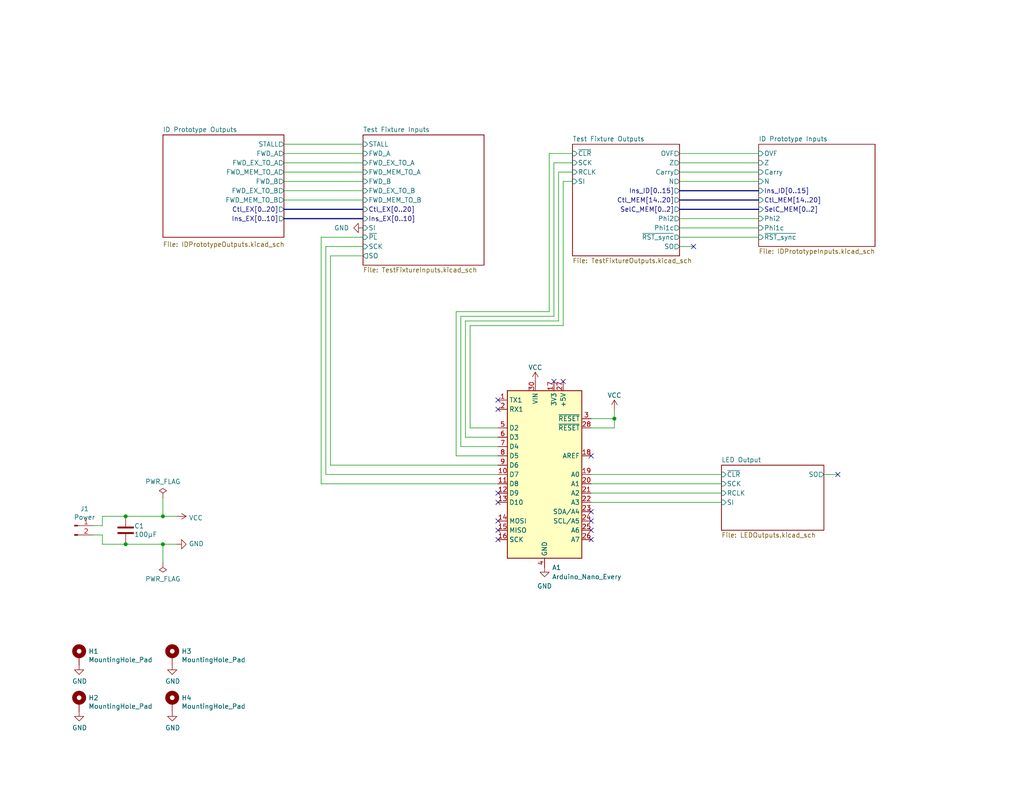
<source format=kicad_sch>
(kicad_sch (version 20230121) (generator eeschema)
  (paper "USLetter")
  (title_block (title "Turtle16: ControlModule Test Fixture") (date "2023-04-07") (rev "A") (comment 4 "Test fixture for the Turtle16 control module"))
  (lib_symbols
    (symbol "Connector:Conn_01x02_Pin" (pin_names (offset 1.016) hide)
      (property "Reference" "J" (at 0 2.54 0))
      (property "Value" "Conn_01x02_Pin" (at 0 -5.08 0))
      (symbol "Conn_01x02_Pin_1_1"
        (polyline (pts (xy 1.27 -2.54) (xy 0.8636 -2.54)) (stroke (width 0.1524)))
        (polyline (pts (xy 1.27 0) (xy 0.8636 0)) (stroke (width 0.1524)))
        (rectangle (start 0.8636 -2.413) (end 0 -2.667) (stroke (width 0.1524)) (fill (type outline)))
        (rectangle (start 0.8636 0.127) (end 0 -0.127) (stroke (width 0.1524)) (fill (type outline)))
        (pin passive line (at 5.08 0 180) (length 3.81) (name "Pin_1") (number "1"))
        (pin passive line (at 5.08 -2.54 180) (length 3.81) (name "Pin_2") (number "2"))
      )
    )
    (symbol "Device:C" (pin_numbers hide) (pin_names (offset 0.254))
      (property "Reference" "C" (at 0.635 2.54 0))
      (property "Value" "C" (at 0.635 -2.54 0))
      (symbol "C_0_1"
        (polyline (pts (xy -2.032 -0.762) (xy 2.032 -0.762)) (stroke (width 0.508)))
        (polyline (pts (xy -2.032 0.762) (xy 2.032 0.762)) (stroke (width 0.508)))
      )
      (symbol "C_1_1"
        (pin passive line (at 0 3.81 270) (length 2.794) (name "~") (number "1"))
        (pin passive line (at 0 -3.81 90) (length 2.794) (name "~") (number "2"))
      )
    )
    (symbol "MCU_Module:Arduino_Nano_Every"
      (property "Reference" "A" (at -10.16 23.495 0))
      (property "Value" "Arduino_Nano_Every" (at 5.08 -24.13 0))
      (symbol "Arduino_Nano_Every_0_1"
        (rectangle (start -10.16 22.86) (end 10.16 -22.86) (stroke (width 0.254)) (fill (type background)))
      )
      (symbol "Arduino_Nano_Every_1_1"
        (pin bidirectional line (at -12.7 20.32 0) (length 2.54) (name "TX1") (number "1"))
        (pin bidirectional line (at -12.7 0 0) (length 2.54) (name "D7") (number "10"))
        (pin bidirectional line (at -12.7 -2.54 0) (length 2.54) (name "D8") (number "11"))
        (pin bidirectional line (at -12.7 -5.08 0) (length 2.54) (name "D9") (number "12"))
        (pin bidirectional line (at -12.7 -7.62 0) (length 2.54) (name "D10") (number "13"))
        (pin bidirectional line (at -12.7 -12.7 0) (length 2.54) (name "MOSI") (number "14"))
        (pin bidirectional line (at -12.7 -15.24 0) (length 2.54) (name "MISO") (number "15"))
        (pin bidirectional line (at -12.7 -17.78 0) (length 2.54) (name "SCK") (number "16"))
        (pin power_out line (at 2.54 25.4 270) (length 2.54) (name "3V3") (number "17"))
        (pin input line (at 12.7 5.08 180) (length 2.54) (name "AREF") (number "18"))
        (pin bidirectional line (at 12.7 0 180) (length 2.54) (name "A0") (number "19"))
        (pin bidirectional line (at -12.7 17.78 0) (length 2.54) (name "RX1") (number "2"))
        (pin bidirectional line (at 12.7 -2.54 180) (length 2.54) (name "A1") (number "20"))
        (pin bidirectional line (at 12.7 -5.08 180) (length 2.54) (name "A2") (number "21"))
        (pin bidirectional line (at 12.7 -7.62 180) (length 2.54) (name "A3") (number "22"))
        (pin bidirectional line (at 12.7 -10.16 180) (length 2.54) (name "SDA/A4") (number "23"))
        (pin bidirectional line (at 12.7 -12.7 180) (length 2.54) (name "SCL/A5") (number "24"))
        (pin bidirectional line (at 12.7 -15.24 180) (length 2.54) (name "A6") (number "25"))
        (pin bidirectional line (at 12.7 -17.78 180) (length 2.54) (name "A7") (number "26"))
        (pin power_out line (at 5.08 25.4 270) (length 2.54) (name "+5V") (number "27"))
        (pin input line (at 12.7 12.7 180) (length 2.54) (name "~{RESET}") (number "28"))
        (pin passive line (at 0 -25.4 90) (length 2.54) hide (name "GND") (number "29"))
        (pin input line (at 12.7 15.24 180) (length 2.54) (name "~{RESET}") (number "3"))
        (pin power_in line (at -2.54 25.4 270) (length 2.54) (name "VIN") (number "30"))
        (pin power_in line (at 0 -25.4 90) (length 2.54) (name "GND") (number "4"))
        (pin bidirectional line (at -12.7 12.7 0) (length 2.54) (name "D2") (number "5"))
        (pin bidirectional line (at -12.7 10.16 0) (length 2.54) (name "D3") (number "6"))
        (pin bidirectional line (at -12.7 7.62 0) (length 2.54) (name "D4") (number "7"))
        (pin bidirectional line (at -12.7 5.08 0) (length 2.54) (name "D5") (number "8"))
        (pin bidirectional line (at -12.7 2.54 0) (length 2.54) (name "D6") (number "9"))
      )
    )
    (symbol "Mechanical:MountingHole_Pad" (pin_numbers hide) (pin_names (offset 1.016) hide)
      (property "Reference" "H" (at 0 6.35 0))
      (property "Value" "MountingHole_Pad" (at 0 4.445 0))
      (symbol "MountingHole_Pad_0_1"
        (circle (center 0 1.27) (radius 1.27) (stroke (width 1.27)))
      )
      (symbol "MountingHole_Pad_1_1"
        (pin input line (at 0 -2.54 90) (length 2.54) (name "1") (number "1"))
      )
    )
    (symbol "power:GND" (power) (pin_names (offset 0))
      (property "Value" "GND" (at 0 -3.81 0))
      (symbol "GND_0_1"
        (polyline (pts (xy 0 0) (xy 0 -1.27) (xy 1.27 -1.27) (xy 0 -2.54) (xy -1.27 -1.27) (xy 0 -1.27)))
      )
      (symbol "GND_1_1"
        (pin power_in line (at 0 0 270) (length 0) hide (name "GND") (number "1"))
      )
    )
    (symbol "power:PWR_FLAG" (power) (pin_numbers hide) (pin_names (offset 0) hide)
      (property "Value" "PWR_FLAG" (at 0 3.81 0))
      (symbol "PWR_FLAG_0_0"
        (pin power_out line (at 0 0 90) (length 0) (name "pwr") (number "1"))
      )
      (symbol "PWR_FLAG_0_1"
        (polyline (pts (xy 0 0) (xy 0 1.27) (xy -1.016 1.905) (xy 0 2.54) (xy 1.016 1.905) (xy 0 1.27)))
      )
    )
    (symbol "power:VCC" (power) (pin_names (offset 0))
      (property "Value" "VCC" (at 0 3.81 0))
      (symbol "VCC_0_1"
        (polyline (pts (xy -0.762 1.27) (xy 0 2.54)))
        (polyline (pts (xy 0 0) (xy 0 2.54)))
        (polyline (pts (xy 0 2.54) (xy 0.762 1.27)))
      )
      (symbol "VCC_1_1"
        (pin power_in line (at 0 0 90) (length 0) hide (name "VCC") (number "1"))
      )
    )
  )
  (junction (at 34.29 148.59))
  (junction (at 44.45 148.59))
  (junction (at 44.45 140.97))
  (junction (at 167.64 114.3))
  (junction (at 34.29 140.97))
  (no_connect (at 161.29 139.7))
  (no_connect (at 151.13 104.14))
  (no_connect (at 135.89 142.24))
  (no_connect (at 135.89 134.62))
  (no_connect (at 161.29 144.78))
  (no_connect (at 135.89 147.32))
  (no_connect (at 161.29 147.32))
  (no_connect (at 135.89 111.76))
  (no_connect (at 135.89 144.78))
  (no_connect (at 153.67 104.14))
  (no_connect (at 161.29 142.24))
  (no_connect (at 189.23 67.31))
  (no_connect (at 135.89 109.22))
  (no_connect (at 161.29 124.46))
  (no_connect (at 135.89 137.16))
  (no_connect (at 228.6 129.54))
  (wire (pts (xy 185.42 41.91) (xy 207.01 41.91)))
  (wire (pts (xy 99.06 44.45) (xy 77.47 44.45)))
  (wire (pts (xy 87.63 132.08) (xy 135.89 132.08)))
  (wire (pts (xy 156.21 44.45) (xy 151.13 44.45)))
  (wire (pts (xy 34.29 148.59) (xy 44.45 148.59)))
  (wire (pts (xy 27.94 140.97) (xy 34.29 140.97)))
  (wire (pts (xy 135.89 119.38) (xy 127 119.38)))
  (wire (pts (xy 127 87.63) (xy 152.4 87.63)))
  (wire (pts (xy 151.13 86.36) (xy 125.73 86.36)))
  (wire (pts (xy 99.06 41.91) (xy 77.47 41.91)))
  (wire (pts (xy 88.9 129.54) (xy 135.89 129.54)))
  (wire (pts (xy 87.63 64.77) (xy 87.63 132.08)))
  (wire (pts (xy 99.06 54.61) (xy 77.47 54.61)))
  (wire (pts (xy 224.79 129.54) (xy 228.6 129.54)))
  (wire (pts (xy 185.42 44.45) (xy 207.01 44.45)))
  (wire (pts (xy 99.06 64.77) (xy 87.63 64.77)))
  (wire (pts (xy 125.73 121.92) (xy 135.89 121.92)))
  (bus (pts (xy 185.42 52.07) (xy 207.01 52.07)))
  (wire (pts (xy 153.67 88.9) (xy 128.27 88.9)))
  (wire (pts (xy 90.17 69.85) (xy 99.06 69.85)))
  (wire (pts (xy 99.06 39.37) (xy 77.47 39.37)))
  (wire (pts (xy 185.42 64.77) (xy 207.01 64.77)))
  (wire (pts (xy 48.26 140.97) (xy 44.45 140.97)))
  (wire (pts (xy 185.42 49.53) (xy 207.01 49.53)))
  (wire (pts (xy 161.29 137.16) (xy 196.85 137.16)))
  (wire (pts (xy 124.46 85.09) (xy 149.86 85.09)))
  (wire (pts (xy 151.13 44.45) (xy 151.13 86.36)))
  (wire (pts (xy 99.06 49.53) (xy 77.47 49.53)))
  (wire (pts (xy 185.42 67.31) (xy 189.23 67.31)))
  (wire (pts (xy 185.42 62.23) (xy 207.01 62.23)))
  (wire (pts (xy 125.73 86.36) (xy 125.73 121.92)))
  (wire (pts (xy 161.29 114.3) (xy 167.64 114.3)))
  (wire (pts (xy 149.86 41.91) (xy 156.21 41.91)))
  (bus (pts (xy 99.06 57.15) (xy 77.47 57.15)))
  (wire (pts (xy 161.29 116.84) (xy 167.64 116.84)))
  (wire (pts (xy 44.45 135.89) (xy 44.45 140.97)))
  (wire (pts (xy 135.89 127) (xy 90.17 127)))
  (wire (pts (xy 161.29 134.62) (xy 196.85 134.62)))
  (wire (pts (xy 128.27 88.9) (xy 128.27 116.84)))
  (wire (pts (xy 27.94 148.59) (xy 34.29 148.59)))
  (wire (pts (xy 149.86 85.09) (xy 149.86 41.91)))
  (wire (pts (xy 44.45 153.67) (xy 44.45 148.59)))
  (wire (pts (xy 99.06 67.31) (xy 88.9 67.31)))
  (wire (pts (xy 127 119.38) (xy 127 87.63)))
  (wire (pts (xy 161.29 129.54) (xy 196.85 129.54)))
  (wire (pts (xy 152.4 87.63) (xy 152.4 46.99)))
  (wire (pts (xy 153.67 49.53) (xy 153.67 88.9)))
  (bus (pts (xy 185.42 57.15) (xy 207.01 57.15)))
  (wire (pts (xy 27.94 146.05) (xy 27.94 148.59)))
  (wire (pts (xy 99.06 52.07) (xy 77.47 52.07)))
  (wire (pts (xy 156.21 49.53) (xy 153.67 49.53)))
  (wire (pts (xy 185.42 46.99) (xy 207.01 46.99)))
  (wire (pts (xy 185.42 59.69) (xy 207.01 59.69)))
  (wire (pts (xy 25.4 143.51) (xy 27.94 143.51)))
  (wire (pts (xy 128.27 116.84) (xy 135.89 116.84)))
  (bus (pts (xy 99.06 59.69) (xy 77.47 59.69)))
  (wire (pts (xy 25.4 146.05) (xy 27.94 146.05)))
  (wire (pts (xy 88.9 67.31) (xy 88.9 129.54)))
  (wire (pts (xy 90.17 69.85) (xy 90.17 127)))
  (wire (pts (xy 44.45 148.59) (xy 48.26 148.59)))
  (wire (pts (xy 27.94 140.97) (xy 27.94 143.51)))
  (wire (pts (xy 34.29 140.97) (xy 44.45 140.97)))
  (wire (pts (xy 167.64 116.84) (xy 167.64 114.3)))
  (wire (pts (xy 152.4 46.99) (xy 156.21 46.99)))
  (wire (pts (xy 135.89 124.46) (xy 124.46 124.46)))
  (wire (pts (xy 124.46 124.46) (xy 124.46 85.09)))
  (wire (pts (xy 167.64 114.3) (xy 167.64 111.76)))
  (bus (pts (xy 185.42 54.61) (xy 207.01 54.61)))
  (wire (pts (xy 99.06 46.99) (xy 77.47 46.99)))
  (wire (pts (xy 161.29 132.08) (xy 196.85 132.08)))
  (symbol (lib_id "Connector:Conn_01x02_Pin") (at 20.32 143.51 0) (unit 1)
    (property "Reference" "J1" (at 23.0632 138.9126 0))
    (property "Value" "Power" (at 23.0632 141.224 0))
    (property "Footprint" "Connector_Molex:172448-0002" (effects hide))
    (property "Mouser" "https://www.mouser.com/ProductDetail/538-172448-0002" (effects hide))
  )
  (symbol (lib_id "Mechanical:MountingHole_Pad") (at 21.59 179.07 0) (unit 1)
    (property "Reference" "H1" (at 24.13 177.8254 0) (effects (justify left)))
    (property "Value" "MountingHole_Pad" (at 24.13 180.1368 0) (effects (justify left)))
    (property "Footprint" "MountingHole:MountingHole_3.2mm_M3_Pad" (effects hide))
  )
  (symbol (lib_id "Mechanical:MountingHole_Pad") (at 46.99 179.07 0) (unit 1)
    (property "Reference" "H3" (at 49.53 177.8254 0) (effects (justify left)))
    (property "Value" "MountingHole_Pad" (at 49.53 180.1368 0) (effects (justify left)))
    (property "Footprint" "MountingHole:MountingHole_3.2mm_M3_Pad" (effects hide))
  )
  (symbol (lib_id "Mechanical:MountingHole_Pad") (at 46.99 191.77 0) (unit 1)
    (property "Reference" "H4" (at 49.53 190.5254 0) (effects (justify left)))
    (property "Value" "MountingHole_Pad" (at 49.53 192.8368 0) (effects (justify left)))
    (property "Footprint" "MountingHole:MountingHole_3.2mm_M3_Pad" (effects hide))
  )
  (symbol (lib_id "Device:C") (at 34.29 144.78 0) (unit 1)
    (property "Reference" "C1" (at 36.6268 143.6116 0) (effects (justify left)))
    (property "Value" "100µF" (at 36.6268 145.923 0) (effects (justify left)))
    (property "Footprint" "Capacitor_SMD:C_1206_3216Metric_Pad1.33x1.80mm_HandSolder" (effects hide))
    (property "Mouser" "https://www.mouser.com/ProductDetail/963-AMK316ABJ107ML-T" (effects hide))
  )
  (symbol (lib_id "Mechanical:MountingHole_Pad") (at 21.59 191.77 0) (unit 1)
    (property "Reference" "H2" (at 24.13 190.5254 0) (effects (justify left)))
    (property "Value" "MountingHole_Pad" (at 24.13 192.8368 0) (effects (justify left)))
    (property "Footprint" "MountingHole:MountingHole_3.2mm_M3_Pad" (effects hide))
  )
  (symbol (lib_id "power:PWR_FLAG") (at 44.45 135.89 0) (unit 1)
    (property "Reference" "#FLG01" (effects hide))
    (property "Value" "PWR_FLAG" (at 44.45 131.4958 0))
  )
  (symbol (lib_id "power:VCC") (at 48.26 140.97 270) (unit 1)
    (property "Reference" "#PWR05" (effects hide))
    (property "Value" "VCC" (at 51.5112 141.4018 90) (effects (justify left)))
  )
  (symbol (lib_id "power:GND") (at 99.06 62.23 270) (unit 1)
    (property "Reference" "#PWR07" (effects hide))
    (property "Value" "GND" (at 95.25 62.23 90) (effects (justify right)))
  )
  (symbol (lib_id "power:GND") (at 148.59 154.94 0) (unit 1)
    (property "Reference" "#PWR09" (effects hide))
    (property "Value" "GND" (at 148.59 160.02 0))
  )
  (symbol (lib_id "power:GND") (at 21.59 181.61 0) (unit 1)
    (property "Reference" "#PWR01" (effects hide))
    (property "Value" "GND" (at 21.717 186.0042 0))
  )
  (symbol (lib_id "power:PWR_FLAG") (at 44.45 153.67 180) (unit 1)
    (property "Reference" "#FLG02" (effects hide))
    (property "Value" "PWR_FLAG" (at 44.45 158.0642 0))
  )
  (symbol (lib_id "power:VCC") (at 146.05 104.14 0) (unit 1)
    (property "Reference" "#PWR08" (effects hide))
    (property "Value" "VCC" (at 146.05 100.33 0))
  )
  (symbol (lib_id "MCU_Module:Arduino_Nano_Every") (at 148.59 129.54 0) (unit 1)
    (property "Reference" "A1" (at 150.6094 154.94 0) (effects (justify left)))
    (property "Value" "Arduino_Nano_Every" (at 150.6094 157.48 0) (effects (justify left)))
    (property "Footprint" "Module:Arduino_Nano" (effects hide))
    (property "Datasheet" "https://content.arduino.cc/assets/NANOEveryV3.0_sch.pdf" (effects hide))
  )
  (symbol (lib_id "power:VCC") (at 167.64 111.76 0) (unit 1)
    (property "Reference" "#PWR010" (effects hide))
    (property "Value" "VCC" (at 167.64 107.95 0))
  )
  (symbol (lib_id "power:GND") (at 46.99 181.61 0) (unit 1)
    (property "Reference" "#PWR03" (effects hide))
    (property "Value" "GND" (at 47.117 186.0042 0))
  )
  (symbol (lib_id "power:GND") (at 48.26 148.59 90) (unit 1)
    (property "Reference" "#PWR06" (effects hide))
    (property "Value" "GND" (at 51.5112 148.463 90) (effects (justify right)))
  )
  (symbol (lib_id "power:GND") (at 21.59 194.31 0) (unit 1)
    (property "Reference" "#PWR02" (effects hide))
    (property "Value" "GND" (at 21.717 198.7042 0))
  )
  (symbol (lib_id "power:GND") (at 46.99 194.31 0) (unit 1)
    (property "Reference" "#PWR04" (effects hide))
    (property "Value" "GND" (at 47.117 198.7042 0))
  )
  (sheet (at 207.01 39.37) (size 31.75 27.94) (stroke (width 0.1524))
    (property "Sheetname" "ID Prototype Inputs" (at 207.01 38.6584 0) (effects (justify left bottom)))
    (property "Sheetfile" "IDPrototypeInputs.kicad_sch" (at 207.01 67.8946 0) (effects (justify left top)))
    (pin "Phi1c" input (at 207.01 62.23 180))
    (pin "Phi2" input (at 207.01 59.69 180))
    (pin "Carry" input (at 207.01 46.99 180))
    (pin "OVF" input (at 207.01 41.91 180))
    (pin "Z" input (at 207.01 44.45 180))
    (pin "Ctl_MEM[14..20]" input (at 207.01 54.61 180))
    (pin "Ins_ID[0..15]" input (at 207.01 52.07 180))
    (pin "SelC_MEM[0..2]" input (at 207.01 57.15 180))
    (pin "~{RST_sync}" input (at 207.01 64.77 180))
    (pin "N" input (at 207.01 49.53 180))
  )
  (sheet (at 156.21 39.37) (size 29.21 30.48) (stroke (width 0.1524))
    (property "Sheetname" "Test Fixture Outputs" (at 156.21 38.6584 0) (effects (justify left bottom)))
    (property "Sheetfile" "TestFixtureOutputs.kicad_sch" (at 156.21 70.4346 0) (effects (justify left top)))
    (pin "~{CLR}" input (at 156.21 41.91 180))
    (pin "SCK" input (at 156.21 44.45 180))
    (pin "RCLK" input (at 156.21 46.99 180))
    (pin "SI" input (at 156.21 49.53 180))
    (pin "SO" output (at 185.42 67.31 0))
    (pin "~{RST_sync}" output (at 185.42 64.77 0))
    (pin "Ctl_MEM[14..20]" output (at 185.42 54.61 0))
    (pin "SelC_MEM[0..2]" output (at 185.42 57.15 0))
    (pin "Ins_ID[0..15]" output (at 185.42 52.07 0))
    (pin "Phi2" output (at 185.42 59.69 0))
    (pin "Phi1c" output (at 185.42 62.23 0))
    (pin "Carry" output (at 185.42 46.99 0))
    (pin "OVF" output (at 185.42 41.91 0))
    (pin "Z" output (at 185.42 44.45 0))
    (pin "N" output (at 185.42 49.53 0))
  )
  (sheet (at 99.06 36.83) (size 33.02 35.56) (stroke (width 0.1524))
    (property "Sheetname" "Test Fixture Inputs" (at 99.06 36.1184 0) (effects (justify left bottom)))
    (property "Sheetfile" "TestFixtureInputs.kicad_sch" (at 99.06 72.9746 0) (effects (justify left top)))
    (pin "SI" input (at 99.06 62.23 180))
    (pin "SCK" input (at 99.06 67.31 180))
    (pin "~{PL}" input (at 99.06 64.77 180))
    (pin "SO" output (at 99.06 69.85 180))
    (pin "Ctl_EX[0..20]" input (at 99.06 57.15 180))
    (pin "Ins_EX[0..10]" input (at 99.06 59.69 180))
    (pin "FWD_MEM_TO_B" input (at 99.06 54.61 180))
    (pin "FWD_B" input (at 99.06 49.53 180))
    (pin "FWD_A" input (at 99.06 41.91 180))
    (pin "FWD_EX_TO_B" input (at 99.06 52.07 180))
    (pin "FWD_EX_TO_A" input (at 99.06 44.45 180))
    (pin "STALL" input (at 99.06 39.37 180))
    (pin "FWD_MEM_TO_A" input (at 99.06 46.99 180))
  )
  (sheet (at 196.85 127) (size 27.94 17.78) (stroke (width 0.1524))
    (property "Sheetname" "LED Output" (at 196.85 126.2884 0) (effects (justify left bottom)))
    (property "Sheetfile" "LEDOutputs.kicad_sch" (at 196.85 145.3646 0) (effects (justify left top)))
    (pin "SI" input (at 196.85 137.16 180))
    (pin "SCK" input (at 196.85 132.08 180))
    (pin "~{CLR}" input (at 196.85 129.54 180))
    (pin "RCLK" input (at 196.85 134.62 180))
    (pin "SO" output (at 224.79 129.54 0))
  )
  (sheet (at 44.45 36.83) (size 33.02 27.94) (stroke (width 0.1524))
    (property "Sheetname" "ID Prototype Outputs" (at 44.45 36.1184 0) (effects (justify left bottom)))
    (property "Sheetfile" "IDPrototypeOutputs.kicad_sch" (at 44.45 65.9896 0) (effects (justify left top)))
    (pin "FWD_EX_TO_B" output (at 77.47 52.07 0))
    (pin "FWD_MEM_TO_B" output (at 77.47 54.61 0))
    (pin "FWD_B" output (at 77.47 49.53 0))
    (pin "FWD_MEM_TO_A" output (at 77.47 46.99 0))
    (pin "FWD_A" output (at 77.47 41.91 0))
    (pin "Ctl_EX[0..20]" output (at 77.47 57.15 0))
    (pin "STALL" output (at 77.47 39.37 0))
    (pin "FWD_EX_TO_A" output (at 77.47 44.45 0))
    (pin "Ins_EX[0..10]" output (at 77.47 59.69 0))
  )
)
</source>
